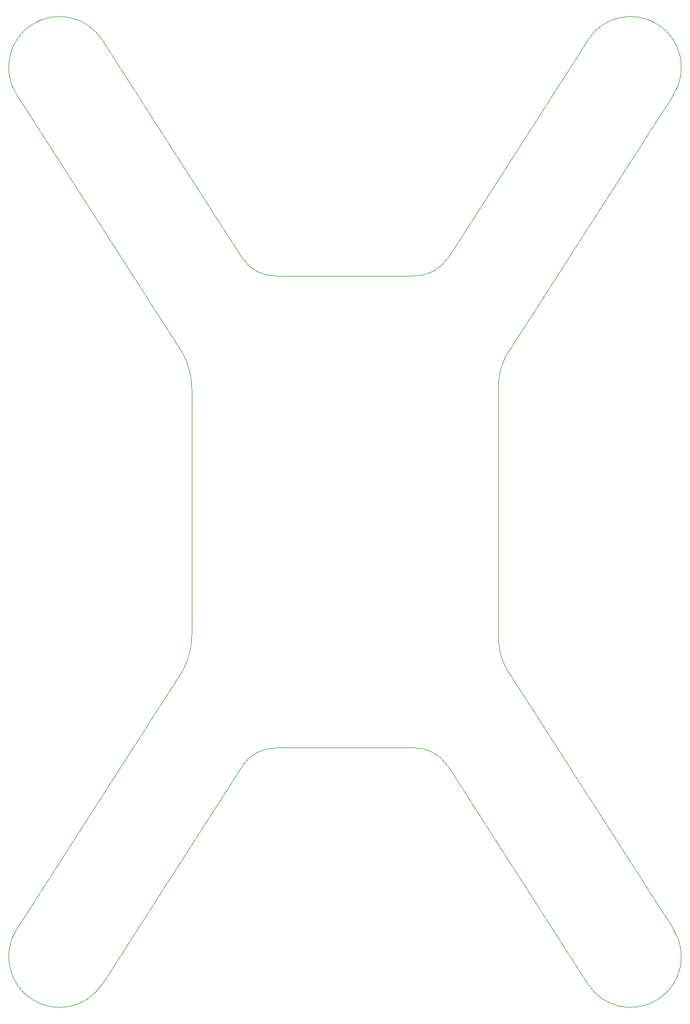
<source format=gm1>
G04 Layer_Color=16711935*
%FSLAX44Y44*%
%MOMM*%
G71*
G01*
G75*
%ADD46C,0.1000*%
D46*
X627198Y2443409D02*
G03*
X492801Y2356591I-67198J-43409D01*
G01*
X847800Y2100300D02*
G03*
X903521Y2071281I53619J34952D01*
G01*
X768700Y1893300D02*
G03*
X754598Y1949357I-118419J12D01*
G01*
X1265402D02*
G03*
X1251300Y1893300I104316J-56045D01*
G01*
X1116479Y2071281D02*
G03*
X1172200Y2100300I2102J63971D01*
G01*
X1527199Y2356591D02*
G03*
X1392802Y2443409I-67199J43409D01*
G01*
X754598Y1450644D02*
G03*
X768700Y1506700I-104316J56045D01*
G01*
X903521Y1328719D02*
G03*
X847800Y1299700I-2102J-63971D01*
G01*
X492801Y1043409D02*
G03*
X627198Y956591I67199J-43409D01*
G01*
X1251300Y1506700D02*
G03*
X1265402Y1450644I118419J-12D01*
G01*
X1172200Y1299700D02*
G03*
X1116479Y1328719I-53619J-34952D01*
G01*
X1392802Y956591D02*
G03*
X1527199Y1043409I67198J43409D01*
G01*
X627294Y2443260D02*
X847778Y2100286D01*
X492801Y2356591D02*
X754596Y1949355D01*
X1265404D02*
X1527199Y2356591D01*
X1172222Y2100286D02*
X1392706Y2443260D01*
X492801Y1043409D02*
X754596Y1450645D01*
X627294Y956740D02*
X847778Y1299714D01*
X1265404Y1450645D02*
X1527199Y1043409D01*
X1172222Y1299714D02*
X1392706Y956740D01*
X903521Y1328719D02*
X1116479D01*
X768700Y1506700D02*
Y1893300D01*
X903521Y2071281D02*
X1116479D01*
X1251300Y1506700D02*
Y1893300D01*
X627198Y2443409D02*
G03*
X492801Y2356591I-67198J-43409D01*
G01*
X847800Y2100300D02*
G03*
X903521Y2071281I53619J34952D01*
G01*
X768700Y1893300D02*
G03*
X754598Y1949357I-118419J12D01*
G01*
X1265402D02*
G03*
X1251300Y1893300I104316J-56045D01*
G01*
X1116479Y2071281D02*
G03*
X1172200Y2100300I2102J63971D01*
G01*
X1527199Y2356591D02*
G03*
X1392802Y2443409I-67199J43409D01*
G01*
X754598Y1450644D02*
G03*
X768700Y1506700I-104316J56045D01*
G01*
X903521Y1328719D02*
G03*
X847800Y1299700I-2102J-63971D01*
G01*
X492801Y1043409D02*
G03*
X627198Y956591I67199J-43409D01*
G01*
X1251300Y1506700D02*
G03*
X1265402Y1450644I118419J-12D01*
G01*
X1172200Y1299700D02*
G03*
X1116479Y1328719I-53619J-34952D01*
G01*
X1392802Y956591D02*
G03*
X1527199Y1043409I67198J43409D01*
G01*
X627294Y2443260D02*
X847778Y2100286D01*
X492801Y2356591D02*
X754596Y1949355D01*
X1265404D02*
X1527199Y2356591D01*
X1172222Y2100286D02*
X1392706Y2443260D01*
X492801Y1043409D02*
X754596Y1450645D01*
X627294Y956740D02*
X847778Y1299714D01*
X1265404Y1450645D02*
X1527199Y1043409D01*
X1172222Y1299714D02*
X1392706Y956740D01*
X903521Y1328719D02*
X1116479D01*
X768700Y1506700D02*
Y1893300D01*
X903521Y2071281D02*
X1116479D01*
X1251300Y1506700D02*
Y1893300D01*
M02*

</source>
